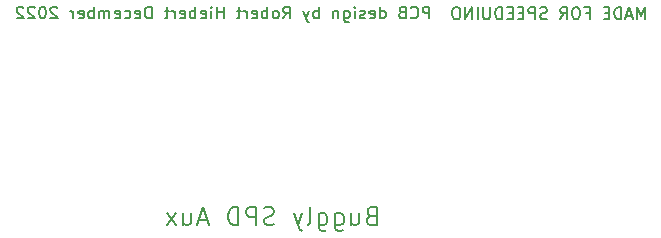
<source format=gbr>
%TF.GenerationSoftware,KiCad,Pcbnew,(5.1.6)-1*%
%TF.CreationDate,2022-12-12T11:34:03-08:00*%
%TF.ProjectId,Buggly SPD Aux,42756767-6c79-4205-9350-44204175782e,rev?*%
%TF.SameCoordinates,Original*%
%TF.FileFunction,Legend,Bot*%
%TF.FilePolarity,Positive*%
%FSLAX46Y46*%
G04 Gerber Fmt 4.6, Leading zero omitted, Abs format (unit mm)*
G04 Created by KiCad (PCBNEW (5.1.6)-1) date 2022-12-12 11:34:03*
%MOMM*%
%LPD*%
G01*
G04 APERTURE LIST*
%ADD10C,0.177800*%
%ADD11C,0.150000*%
G04 APERTURE END LIST*
D10*
X133353628Y-48252742D02*
X133135914Y-48325314D01*
X133063342Y-48397885D01*
X132990771Y-48543028D01*
X132990771Y-48760742D01*
X133063342Y-48905885D01*
X133135914Y-48978457D01*
X133281057Y-49051028D01*
X133861628Y-49051028D01*
X133861628Y-47527028D01*
X133353628Y-47527028D01*
X133208485Y-47599600D01*
X133135914Y-47672171D01*
X133063342Y-47817314D01*
X133063342Y-47962457D01*
X133135914Y-48107600D01*
X133208485Y-48180171D01*
X133353628Y-48252742D01*
X133861628Y-48252742D01*
X131684485Y-48035028D02*
X131684485Y-49051028D01*
X132337628Y-48035028D02*
X132337628Y-48833314D01*
X132265057Y-48978457D01*
X132119914Y-49051028D01*
X131902200Y-49051028D01*
X131757057Y-48978457D01*
X131684485Y-48905885D01*
X130305628Y-48035028D02*
X130305628Y-49268742D01*
X130378200Y-49413885D01*
X130450771Y-49486457D01*
X130595914Y-49559028D01*
X130813628Y-49559028D01*
X130958771Y-49486457D01*
X130305628Y-48978457D02*
X130450771Y-49051028D01*
X130741057Y-49051028D01*
X130886200Y-48978457D01*
X130958771Y-48905885D01*
X131031342Y-48760742D01*
X131031342Y-48325314D01*
X130958771Y-48180171D01*
X130886200Y-48107600D01*
X130741057Y-48035028D01*
X130450771Y-48035028D01*
X130305628Y-48107600D01*
X128926771Y-48035028D02*
X128926771Y-49268742D01*
X128999342Y-49413885D01*
X129071914Y-49486457D01*
X129217057Y-49559028D01*
X129434771Y-49559028D01*
X129579914Y-49486457D01*
X128926771Y-48978457D02*
X129071914Y-49051028D01*
X129362200Y-49051028D01*
X129507342Y-48978457D01*
X129579914Y-48905885D01*
X129652485Y-48760742D01*
X129652485Y-48325314D01*
X129579914Y-48180171D01*
X129507342Y-48107600D01*
X129362200Y-48035028D01*
X129071914Y-48035028D01*
X128926771Y-48107600D01*
X127983342Y-49051028D02*
X128128485Y-48978457D01*
X128201057Y-48833314D01*
X128201057Y-47527028D01*
X127547914Y-48035028D02*
X127185057Y-49051028D01*
X126822200Y-48035028D02*
X127185057Y-49051028D01*
X127330200Y-49413885D01*
X127402771Y-49486457D01*
X127547914Y-49559028D01*
X125153057Y-48978457D02*
X124935342Y-49051028D01*
X124572485Y-49051028D01*
X124427342Y-48978457D01*
X124354771Y-48905885D01*
X124282200Y-48760742D01*
X124282200Y-48615600D01*
X124354771Y-48470457D01*
X124427342Y-48397885D01*
X124572485Y-48325314D01*
X124862771Y-48252742D01*
X125007914Y-48180171D01*
X125080485Y-48107600D01*
X125153057Y-47962457D01*
X125153057Y-47817314D01*
X125080485Y-47672171D01*
X125007914Y-47599600D01*
X124862771Y-47527028D01*
X124499914Y-47527028D01*
X124282200Y-47599600D01*
X123629057Y-49051028D02*
X123629057Y-47527028D01*
X123048485Y-47527028D01*
X122903342Y-47599600D01*
X122830771Y-47672171D01*
X122758200Y-47817314D01*
X122758200Y-48035028D01*
X122830771Y-48180171D01*
X122903342Y-48252742D01*
X123048485Y-48325314D01*
X123629057Y-48325314D01*
X122105057Y-49051028D02*
X122105057Y-47527028D01*
X121742200Y-47527028D01*
X121524485Y-47599600D01*
X121379342Y-47744742D01*
X121306771Y-47889885D01*
X121234200Y-48180171D01*
X121234200Y-48397885D01*
X121306771Y-48688171D01*
X121379342Y-48833314D01*
X121524485Y-48978457D01*
X121742200Y-49051028D01*
X122105057Y-49051028D01*
X119492485Y-48615600D02*
X118766771Y-48615600D01*
X119637628Y-49051028D02*
X119129628Y-47527028D01*
X118621628Y-49051028D01*
X117460485Y-48035028D02*
X117460485Y-49051028D01*
X118113628Y-48035028D02*
X118113628Y-48833314D01*
X118041057Y-48978457D01*
X117895914Y-49051028D01*
X117678200Y-49051028D01*
X117533057Y-48978457D01*
X117460485Y-48905885D01*
X116879914Y-49051028D02*
X116081628Y-48035028D01*
X116879914Y-48035028D02*
X116081628Y-49051028D01*
D11*
X138305580Y-31541980D02*
X138305580Y-30541980D01*
X137924628Y-30541980D01*
X137829390Y-30589600D01*
X137781771Y-30637219D01*
X137734152Y-30732457D01*
X137734152Y-30875314D01*
X137781771Y-30970552D01*
X137829390Y-31018171D01*
X137924628Y-31065790D01*
X138305580Y-31065790D01*
X136734152Y-31446742D02*
X136781771Y-31494361D01*
X136924628Y-31541980D01*
X137019866Y-31541980D01*
X137162723Y-31494361D01*
X137257961Y-31399123D01*
X137305580Y-31303885D01*
X137353200Y-31113409D01*
X137353200Y-30970552D01*
X137305580Y-30780076D01*
X137257961Y-30684838D01*
X137162723Y-30589600D01*
X137019866Y-30541980D01*
X136924628Y-30541980D01*
X136781771Y-30589600D01*
X136734152Y-30637219D01*
X135972247Y-31018171D02*
X135829390Y-31065790D01*
X135781771Y-31113409D01*
X135734152Y-31208647D01*
X135734152Y-31351504D01*
X135781771Y-31446742D01*
X135829390Y-31494361D01*
X135924628Y-31541980D01*
X136305580Y-31541980D01*
X136305580Y-30541980D01*
X135972247Y-30541980D01*
X135877009Y-30589600D01*
X135829390Y-30637219D01*
X135781771Y-30732457D01*
X135781771Y-30827695D01*
X135829390Y-30922933D01*
X135877009Y-30970552D01*
X135972247Y-31018171D01*
X136305580Y-31018171D01*
X134115104Y-31541980D02*
X134115104Y-30541980D01*
X134115104Y-31494361D02*
X134210342Y-31541980D01*
X134400819Y-31541980D01*
X134496057Y-31494361D01*
X134543676Y-31446742D01*
X134591295Y-31351504D01*
X134591295Y-31065790D01*
X134543676Y-30970552D01*
X134496057Y-30922933D01*
X134400819Y-30875314D01*
X134210342Y-30875314D01*
X134115104Y-30922933D01*
X133257961Y-31494361D02*
X133353200Y-31541980D01*
X133543676Y-31541980D01*
X133638914Y-31494361D01*
X133686533Y-31399123D01*
X133686533Y-31018171D01*
X133638914Y-30922933D01*
X133543676Y-30875314D01*
X133353200Y-30875314D01*
X133257961Y-30922933D01*
X133210342Y-31018171D01*
X133210342Y-31113409D01*
X133686533Y-31208647D01*
X132829390Y-31494361D02*
X132734152Y-31541980D01*
X132543676Y-31541980D01*
X132448438Y-31494361D01*
X132400819Y-31399123D01*
X132400819Y-31351504D01*
X132448438Y-31256266D01*
X132543676Y-31208647D01*
X132686533Y-31208647D01*
X132781771Y-31161028D01*
X132829390Y-31065790D01*
X132829390Y-31018171D01*
X132781771Y-30922933D01*
X132686533Y-30875314D01*
X132543676Y-30875314D01*
X132448438Y-30922933D01*
X131972247Y-31541980D02*
X131972247Y-30875314D01*
X131972247Y-30541980D02*
X132019866Y-30589600D01*
X131972247Y-30637219D01*
X131924628Y-30589600D01*
X131972247Y-30541980D01*
X131972247Y-30637219D01*
X131067485Y-30875314D02*
X131067485Y-31684838D01*
X131115104Y-31780076D01*
X131162723Y-31827695D01*
X131257961Y-31875314D01*
X131400819Y-31875314D01*
X131496057Y-31827695D01*
X131067485Y-31494361D02*
X131162723Y-31541980D01*
X131353200Y-31541980D01*
X131448438Y-31494361D01*
X131496057Y-31446742D01*
X131543676Y-31351504D01*
X131543676Y-31065790D01*
X131496057Y-30970552D01*
X131448438Y-30922933D01*
X131353200Y-30875314D01*
X131162723Y-30875314D01*
X131067485Y-30922933D01*
X130591295Y-30875314D02*
X130591295Y-31541980D01*
X130591295Y-30970552D02*
X130543676Y-30922933D01*
X130448438Y-30875314D01*
X130305580Y-30875314D01*
X130210342Y-30922933D01*
X130162723Y-31018171D01*
X130162723Y-31541980D01*
X128924628Y-31541980D02*
X128924628Y-30541980D01*
X128924628Y-30922933D02*
X128829390Y-30875314D01*
X128638914Y-30875314D01*
X128543676Y-30922933D01*
X128496057Y-30970552D01*
X128448438Y-31065790D01*
X128448438Y-31351504D01*
X128496057Y-31446742D01*
X128543676Y-31494361D01*
X128638914Y-31541980D01*
X128829390Y-31541980D01*
X128924628Y-31494361D01*
X128115104Y-30875314D02*
X127877009Y-31541980D01*
X127638914Y-30875314D02*
X127877009Y-31541980D01*
X127972247Y-31780076D01*
X128019866Y-31827695D01*
X128115104Y-31875314D01*
X125924628Y-31541980D02*
X126257961Y-31065790D01*
X126496057Y-31541980D02*
X126496057Y-30541980D01*
X126115104Y-30541980D01*
X126019866Y-30589600D01*
X125972247Y-30637219D01*
X125924628Y-30732457D01*
X125924628Y-30875314D01*
X125972247Y-30970552D01*
X126019866Y-31018171D01*
X126115104Y-31065790D01*
X126496057Y-31065790D01*
X125353200Y-31541980D02*
X125448438Y-31494361D01*
X125496057Y-31446742D01*
X125543676Y-31351504D01*
X125543676Y-31065790D01*
X125496057Y-30970552D01*
X125448438Y-30922933D01*
X125353200Y-30875314D01*
X125210342Y-30875314D01*
X125115104Y-30922933D01*
X125067485Y-30970552D01*
X125019866Y-31065790D01*
X125019866Y-31351504D01*
X125067485Y-31446742D01*
X125115104Y-31494361D01*
X125210342Y-31541980D01*
X125353200Y-31541980D01*
X124591295Y-31541980D02*
X124591295Y-30541980D01*
X124591295Y-30922933D02*
X124496057Y-30875314D01*
X124305580Y-30875314D01*
X124210342Y-30922933D01*
X124162723Y-30970552D01*
X124115104Y-31065790D01*
X124115104Y-31351504D01*
X124162723Y-31446742D01*
X124210342Y-31494361D01*
X124305580Y-31541980D01*
X124496057Y-31541980D01*
X124591295Y-31494361D01*
X123305580Y-31494361D02*
X123400819Y-31541980D01*
X123591295Y-31541980D01*
X123686533Y-31494361D01*
X123734152Y-31399123D01*
X123734152Y-31018171D01*
X123686533Y-30922933D01*
X123591295Y-30875314D01*
X123400819Y-30875314D01*
X123305580Y-30922933D01*
X123257961Y-31018171D01*
X123257961Y-31113409D01*
X123734152Y-31208647D01*
X122829390Y-31541980D02*
X122829390Y-30875314D01*
X122829390Y-31065790D02*
X122781771Y-30970552D01*
X122734152Y-30922933D01*
X122638914Y-30875314D01*
X122543676Y-30875314D01*
X122353200Y-30875314D02*
X121972247Y-30875314D01*
X122210342Y-30541980D02*
X122210342Y-31399123D01*
X122162723Y-31494361D01*
X122067485Y-31541980D01*
X121972247Y-31541980D01*
X120877009Y-31541980D02*
X120877009Y-30541980D01*
X120877009Y-31018171D02*
X120305580Y-31018171D01*
X120305580Y-31541980D02*
X120305580Y-30541980D01*
X119829390Y-31541980D02*
X119829390Y-30875314D01*
X119829390Y-30541980D02*
X119877009Y-30589600D01*
X119829390Y-30637219D01*
X119781771Y-30589600D01*
X119829390Y-30541980D01*
X119829390Y-30637219D01*
X118972247Y-31494361D02*
X119067485Y-31541980D01*
X119257961Y-31541980D01*
X119353200Y-31494361D01*
X119400819Y-31399123D01*
X119400819Y-31018171D01*
X119353200Y-30922933D01*
X119257961Y-30875314D01*
X119067485Y-30875314D01*
X118972247Y-30922933D01*
X118924628Y-31018171D01*
X118924628Y-31113409D01*
X119400819Y-31208647D01*
X118496057Y-31541980D02*
X118496057Y-30541980D01*
X118496057Y-30922933D02*
X118400819Y-30875314D01*
X118210342Y-30875314D01*
X118115104Y-30922933D01*
X118067485Y-30970552D01*
X118019866Y-31065790D01*
X118019866Y-31351504D01*
X118067485Y-31446742D01*
X118115104Y-31494361D01*
X118210342Y-31541980D01*
X118400819Y-31541980D01*
X118496057Y-31494361D01*
X117210342Y-31494361D02*
X117305580Y-31541980D01*
X117496057Y-31541980D01*
X117591295Y-31494361D01*
X117638914Y-31399123D01*
X117638914Y-31018171D01*
X117591295Y-30922933D01*
X117496057Y-30875314D01*
X117305580Y-30875314D01*
X117210342Y-30922933D01*
X117162723Y-31018171D01*
X117162723Y-31113409D01*
X117638914Y-31208647D01*
X116734152Y-31541980D02*
X116734152Y-30875314D01*
X116734152Y-31065790D02*
X116686533Y-30970552D01*
X116638914Y-30922933D01*
X116543676Y-30875314D01*
X116448438Y-30875314D01*
X116257961Y-30875314D02*
X115877009Y-30875314D01*
X116115104Y-30541980D02*
X116115104Y-31399123D01*
X116067485Y-31494361D01*
X115972247Y-31541980D01*
X115877009Y-31541980D01*
X114781771Y-31541980D02*
X114781771Y-30541980D01*
X114543676Y-30541980D01*
X114400819Y-30589600D01*
X114305580Y-30684838D01*
X114257961Y-30780076D01*
X114210342Y-30970552D01*
X114210342Y-31113409D01*
X114257961Y-31303885D01*
X114305580Y-31399123D01*
X114400819Y-31494361D01*
X114543676Y-31541980D01*
X114781771Y-31541980D01*
X113400819Y-31494361D02*
X113496057Y-31541980D01*
X113686533Y-31541980D01*
X113781771Y-31494361D01*
X113829390Y-31399123D01*
X113829390Y-31018171D01*
X113781771Y-30922933D01*
X113686533Y-30875314D01*
X113496057Y-30875314D01*
X113400819Y-30922933D01*
X113353200Y-31018171D01*
X113353200Y-31113409D01*
X113829390Y-31208647D01*
X112496057Y-31494361D02*
X112591295Y-31541980D01*
X112781771Y-31541980D01*
X112877009Y-31494361D01*
X112924628Y-31446742D01*
X112972247Y-31351504D01*
X112972247Y-31065790D01*
X112924628Y-30970552D01*
X112877009Y-30922933D01*
X112781771Y-30875314D01*
X112591295Y-30875314D01*
X112496057Y-30922933D01*
X111686533Y-31494361D02*
X111781771Y-31541980D01*
X111972247Y-31541980D01*
X112067485Y-31494361D01*
X112115104Y-31399123D01*
X112115104Y-31018171D01*
X112067485Y-30922933D01*
X111972247Y-30875314D01*
X111781771Y-30875314D01*
X111686533Y-30922933D01*
X111638914Y-31018171D01*
X111638914Y-31113409D01*
X112115104Y-31208647D01*
X111210342Y-31541980D02*
X111210342Y-30875314D01*
X111210342Y-30970552D02*
X111162723Y-30922933D01*
X111067485Y-30875314D01*
X110924628Y-30875314D01*
X110829390Y-30922933D01*
X110781771Y-31018171D01*
X110781771Y-31541980D01*
X110781771Y-31018171D02*
X110734152Y-30922933D01*
X110638914Y-30875314D01*
X110496057Y-30875314D01*
X110400819Y-30922933D01*
X110353200Y-31018171D01*
X110353200Y-31541980D01*
X109877009Y-31541980D02*
X109877009Y-30541980D01*
X109877009Y-30922933D02*
X109781771Y-30875314D01*
X109591295Y-30875314D01*
X109496057Y-30922933D01*
X109448438Y-30970552D01*
X109400819Y-31065790D01*
X109400819Y-31351504D01*
X109448438Y-31446742D01*
X109496057Y-31494361D01*
X109591295Y-31541980D01*
X109781771Y-31541980D01*
X109877009Y-31494361D01*
X108591295Y-31494361D02*
X108686533Y-31541980D01*
X108877009Y-31541980D01*
X108972247Y-31494361D01*
X109019866Y-31399123D01*
X109019866Y-31018171D01*
X108972247Y-30922933D01*
X108877009Y-30875314D01*
X108686533Y-30875314D01*
X108591295Y-30922933D01*
X108543676Y-31018171D01*
X108543676Y-31113409D01*
X109019866Y-31208647D01*
X108115104Y-31541980D02*
X108115104Y-30875314D01*
X108115104Y-31065790D02*
X108067485Y-30970552D01*
X108019866Y-30922933D01*
X107924628Y-30875314D01*
X107829390Y-30875314D01*
X106781771Y-30637219D02*
X106734152Y-30589600D01*
X106638914Y-30541980D01*
X106400819Y-30541980D01*
X106305580Y-30589600D01*
X106257961Y-30637219D01*
X106210342Y-30732457D01*
X106210342Y-30827695D01*
X106257961Y-30970552D01*
X106829390Y-31541980D01*
X106210342Y-31541980D01*
X105591295Y-30541980D02*
X105496057Y-30541980D01*
X105400819Y-30589600D01*
X105353200Y-30637219D01*
X105305580Y-30732457D01*
X105257961Y-30922933D01*
X105257961Y-31161028D01*
X105305580Y-31351504D01*
X105353200Y-31446742D01*
X105400819Y-31494361D01*
X105496057Y-31541980D01*
X105591295Y-31541980D01*
X105686533Y-31494361D01*
X105734152Y-31446742D01*
X105781771Y-31351504D01*
X105829390Y-31161028D01*
X105829390Y-30922933D01*
X105781771Y-30732457D01*
X105734152Y-30637219D01*
X105686533Y-30589600D01*
X105591295Y-30541980D01*
X104877009Y-30637219D02*
X104829390Y-30589600D01*
X104734152Y-30541980D01*
X104496057Y-30541980D01*
X104400819Y-30589600D01*
X104353200Y-30637219D01*
X104305580Y-30732457D01*
X104305580Y-30827695D01*
X104353200Y-30970552D01*
X104924628Y-31541980D01*
X104305580Y-31541980D01*
X103924628Y-30637219D02*
X103877009Y-30589600D01*
X103781771Y-30541980D01*
X103543676Y-30541980D01*
X103448438Y-30589600D01*
X103400819Y-30637219D01*
X103353200Y-30732457D01*
X103353200Y-30827695D01*
X103400819Y-30970552D01*
X103972247Y-31541980D01*
X103353200Y-31541980D01*
X156531247Y-31592780D02*
X156531247Y-30592780D01*
X156197914Y-31307066D01*
X155864580Y-30592780D01*
X155864580Y-31592780D01*
X155436009Y-31307066D02*
X154959819Y-31307066D01*
X155531247Y-31592780D02*
X155197914Y-30592780D01*
X154864580Y-31592780D01*
X154531247Y-31592780D02*
X154531247Y-30592780D01*
X154293152Y-30592780D01*
X154150295Y-30640400D01*
X154055057Y-30735638D01*
X154007438Y-30830876D01*
X153959819Y-31021352D01*
X153959819Y-31164209D01*
X154007438Y-31354685D01*
X154055057Y-31449923D01*
X154150295Y-31545161D01*
X154293152Y-31592780D01*
X154531247Y-31592780D01*
X153531247Y-31068971D02*
X153197914Y-31068971D01*
X153055057Y-31592780D02*
X153531247Y-31592780D01*
X153531247Y-30592780D01*
X153055057Y-30592780D01*
X151531247Y-31068971D02*
X151864580Y-31068971D01*
X151864580Y-31592780D02*
X151864580Y-30592780D01*
X151388390Y-30592780D01*
X150816961Y-30592780D02*
X150626485Y-30592780D01*
X150531247Y-30640400D01*
X150436009Y-30735638D01*
X150388390Y-30926114D01*
X150388390Y-31259447D01*
X150436009Y-31449923D01*
X150531247Y-31545161D01*
X150626485Y-31592780D01*
X150816961Y-31592780D01*
X150912200Y-31545161D01*
X151007438Y-31449923D01*
X151055057Y-31259447D01*
X151055057Y-30926114D01*
X151007438Y-30735638D01*
X150912200Y-30640400D01*
X150816961Y-30592780D01*
X149388390Y-31592780D02*
X149721723Y-31116590D01*
X149959819Y-31592780D02*
X149959819Y-30592780D01*
X149578866Y-30592780D01*
X149483628Y-30640400D01*
X149436009Y-30688019D01*
X149388390Y-30783257D01*
X149388390Y-30926114D01*
X149436009Y-31021352D01*
X149483628Y-31068971D01*
X149578866Y-31116590D01*
X149959819Y-31116590D01*
X148245533Y-31545161D02*
X148102676Y-31592780D01*
X147864580Y-31592780D01*
X147769342Y-31545161D01*
X147721723Y-31497542D01*
X147674104Y-31402304D01*
X147674104Y-31307066D01*
X147721723Y-31211828D01*
X147769342Y-31164209D01*
X147864580Y-31116590D01*
X148055057Y-31068971D01*
X148150295Y-31021352D01*
X148197914Y-30973733D01*
X148245533Y-30878495D01*
X148245533Y-30783257D01*
X148197914Y-30688019D01*
X148150295Y-30640400D01*
X148055057Y-30592780D01*
X147816961Y-30592780D01*
X147674104Y-30640400D01*
X147245533Y-31592780D02*
X147245533Y-30592780D01*
X146864580Y-30592780D01*
X146769342Y-30640400D01*
X146721723Y-30688019D01*
X146674104Y-30783257D01*
X146674104Y-30926114D01*
X146721723Y-31021352D01*
X146769342Y-31068971D01*
X146864580Y-31116590D01*
X147245533Y-31116590D01*
X146245533Y-31068971D02*
X145912200Y-31068971D01*
X145769342Y-31592780D02*
X146245533Y-31592780D01*
X146245533Y-30592780D01*
X145769342Y-30592780D01*
X145340771Y-31068971D02*
X145007438Y-31068971D01*
X144864580Y-31592780D02*
X145340771Y-31592780D01*
X145340771Y-30592780D01*
X144864580Y-30592780D01*
X144436009Y-31592780D02*
X144436009Y-30592780D01*
X144197914Y-30592780D01*
X144055057Y-30640400D01*
X143959819Y-30735638D01*
X143912200Y-30830876D01*
X143864580Y-31021352D01*
X143864580Y-31164209D01*
X143912200Y-31354685D01*
X143959819Y-31449923D01*
X144055057Y-31545161D01*
X144197914Y-31592780D01*
X144436009Y-31592780D01*
X143436009Y-30592780D02*
X143436009Y-31402304D01*
X143388390Y-31497542D01*
X143340771Y-31545161D01*
X143245533Y-31592780D01*
X143055057Y-31592780D01*
X142959819Y-31545161D01*
X142912200Y-31497542D01*
X142864580Y-31402304D01*
X142864580Y-30592780D01*
X142388390Y-31592780D02*
X142388390Y-30592780D01*
X141912200Y-31592780D02*
X141912200Y-30592780D01*
X141340771Y-31592780D01*
X141340771Y-30592780D01*
X140674104Y-30592780D02*
X140483628Y-30592780D01*
X140388390Y-30640400D01*
X140293152Y-30735638D01*
X140245533Y-30926114D01*
X140245533Y-31259447D01*
X140293152Y-31449923D01*
X140388390Y-31545161D01*
X140483628Y-31592780D01*
X140674104Y-31592780D01*
X140769342Y-31545161D01*
X140864580Y-31449923D01*
X140912200Y-31259447D01*
X140912200Y-30926114D01*
X140864580Y-30735638D01*
X140769342Y-30640400D01*
X140674104Y-30592780D01*
M02*

</source>
